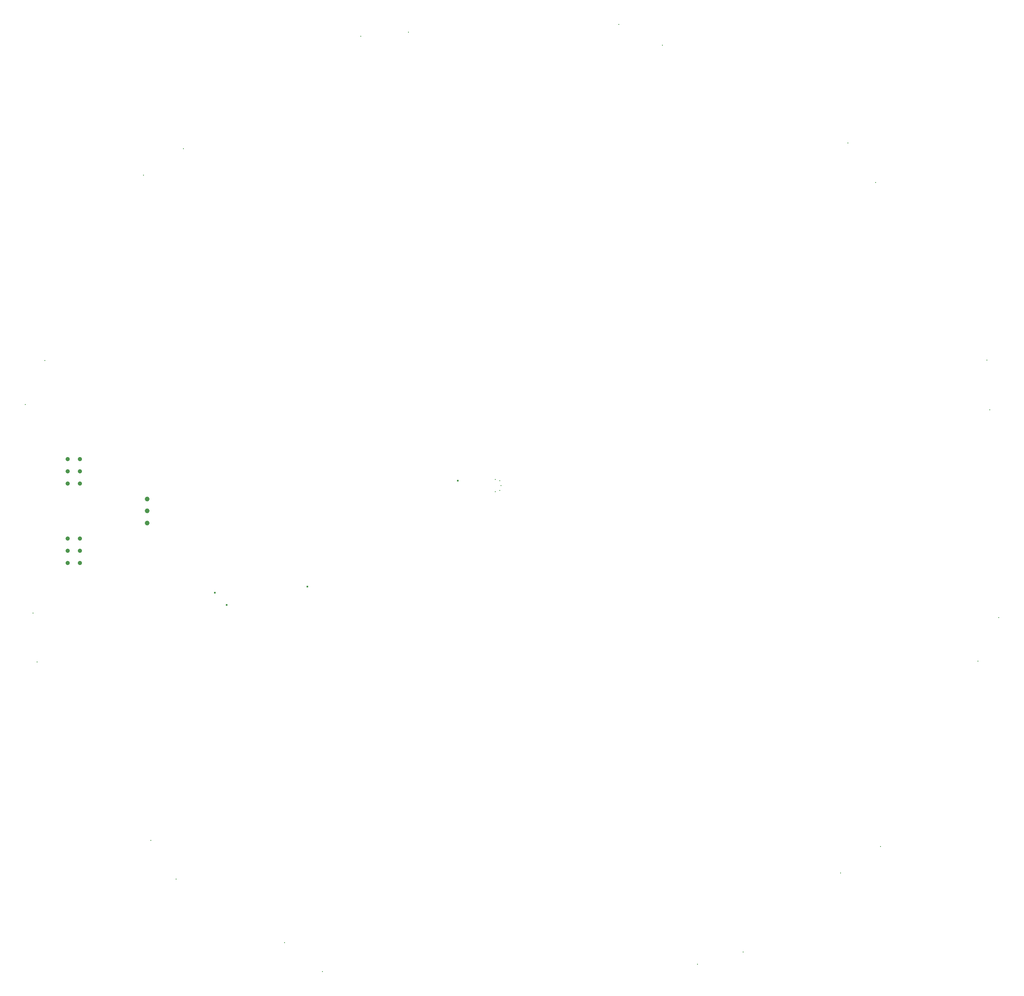
<source format=gbr>
%TF.GenerationSoftware,KiCad,Pcbnew,(6.0.9)*%
%TF.CreationDate,2023-07-09T09:41:22+10:00*%
%TF.ProjectId,Line 2.4,4c696e65-2032-42e3-942e-6b696361645f,rev?*%
%TF.SameCoordinates,Original*%
%TF.FileFunction,Plated,1,2,PTH,Drill*%
%TF.FilePolarity,Positive*%
%FSLAX46Y46*%
G04 Gerber Fmt 4.6, Leading zero omitted, Abs format (unit mm)*
G04 Created by KiCad (PCBNEW (6.0.9)) date 2023-07-09 09:41:22*
%MOMM*%
%LPD*%
G01*
G04 APERTURE LIST*
%TA.AperFunction,ViaDrill*%
%ADD10C,0.300000*%
%TD*%
%TA.AperFunction,ViaDrill*%
%ADD11C,0.400000*%
%TD*%
%TA.AperFunction,ComponentDrill*%
%ADD12C,0.890000*%
%TD*%
%TA.AperFunction,ComponentDrill*%
%ADD13C,1.000000*%
%TD*%
G04 APERTURE END LIST*
D10*
X152374057Y-119344728D03*
X154000000Y-162750000D03*
X154844728Y-172875943D03*
X156500000Y-110250000D03*
X177000000Y-71750000D03*
X178500000Y-210000000D03*
X183750000Y-218000000D03*
X185250000Y-66250000D03*
X206250000Y-231250000D03*
X214120981Y-237242390D03*
X222124057Y-42844728D03*
X232000000Y-42000000D03*
X250000000Y-135000000D03*
X250000000Y-137500000D03*
X251000000Y-135250000D03*
X251000000Y-137250000D03*
X251250000Y-136250000D03*
X275655272Y-40374057D03*
X284750000Y-44750000D03*
X292000000Y-235750000D03*
X301530580Y-233208101D03*
X321750000Y-216750000D03*
X323250000Y-65000000D03*
X329000000Y-73250000D03*
X330000000Y-211250000D03*
X350250000Y-172750000D03*
X352155272Y-110124057D03*
X352750000Y-120500000D03*
X354625943Y-163655272D03*
D11*
X191750000Y-158500000D03*
X194250000Y-161000000D03*
X211000000Y-157250000D03*
X242250000Y-135250000D03*
D12*
%TO.C,J1*%
X161230000Y-130710000D03*
X161230000Y-133250000D03*
X161230000Y-135790000D03*
%TO.C,J2*%
X161230000Y-147210000D03*
X161230000Y-149750000D03*
X161230000Y-152290000D03*
%TO.C,J1*%
X163770000Y-130710000D03*
X163770000Y-133250000D03*
X163770000Y-135790000D03*
%TO.C,J2*%
X163770000Y-147210000D03*
X163770000Y-149750000D03*
X163770000Y-152290000D03*
D13*
%TO.C,J3*%
X177750000Y-139000000D03*
X177750000Y-141500000D03*
X177750000Y-144000000D03*
M02*

</source>
